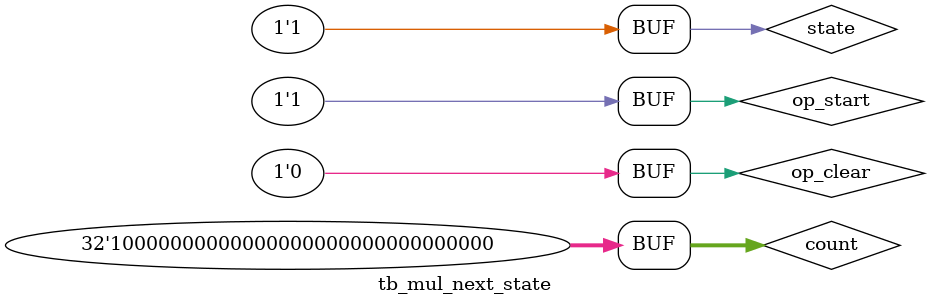
<source format=v>
`timescale 1ns/100ps
module tb_mul_next_state;
	reg state, op_start, op_clear;
	reg [31:0] count;
	wire next_state, op_done;
	
	mul_next_state mul_next_state(state, next_state, op_start, count, op_clear, op_done);
	
	//parameter STEP =10;
	//always #(STEP/2) tb_clk = ~tb_clk; //clk changes every 5 ns
	
	initial begin
	//clk = 0; 
	op_clear = 0; op_start = 0; state = 1; count = 32'b0;
	#10; op_start = 1;
	#20; count = 32'h0;
	#20; count[31] = 1'b1;
	#20;
	
	//#700; $stop;
	end
endmodule

</source>
